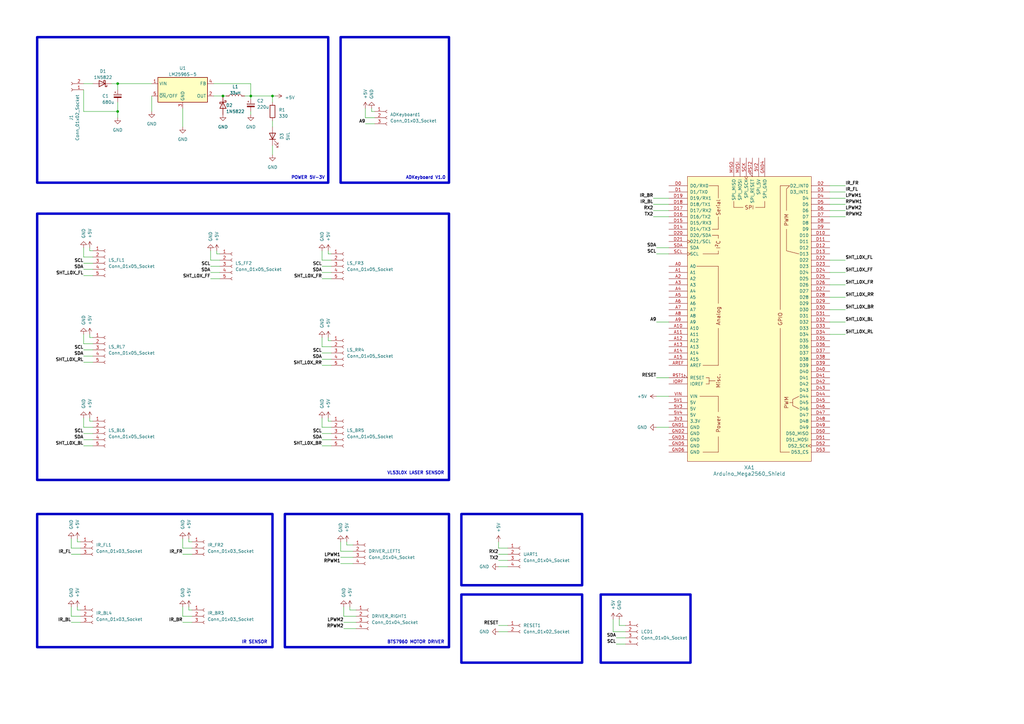
<source format=kicad_sch>
(kicad_sch (version 20230121) (generator eeschema)
  (paper "A3")
  (lib_symbols
    (symbol "Connector:Conn_01x02_Socket" (pin_names (offset 1.016) hide)
      (property "Reference" "J" (at 0 2.54 0))
      (property "Value" "Conn_01x02_Socket" (at 0 -5.08 0))
      (symbol "Conn_01x02_Socket_1_1"
        (arc (start 0 -2.032) (mid -0.5058 -2.54) (end 0 -3.048) (stroke (width 0.1524)))
        (polyline (pts (xy -1.27 -2.54) (xy -0.508 -2.54)) (stroke (width 0.1524)))
        (polyline (pts (xy -1.27 0) (xy -0.508 0)) (stroke (width 0.1524)))
        (arc (start 0 0.508) (mid -0.5058 0) (end 0 -0.508) (stroke (width 0.1524)))
        (pin passive line (at -5.08 0 0) (length 3.81) (name "Pin_1") (number "1"))
        (pin passive line (at -5.08 -2.54 0) (length 3.81) (name "Pin_2") (number "2"))
      )
    )
    (symbol "Connector:Conn_01x03_Socket" (pin_names (offset 1.016) hide)
      (property "Reference" "J" (at 0 5.08 0))
      (property "Value" "Conn_01x03_Socket" (at 0 -5.08 0))
      (symbol "Conn_01x03_Socket_1_1"
        (arc (start 0 -2.032) (mid -0.5058 -2.54) (end 0 -3.048) (stroke (width 0.1524)))
        (polyline (pts (xy -1.27 -2.54) (xy -0.508 -2.54)) (stroke (width 0.1524)))
        (polyline (pts (xy -1.27 0) (xy -0.508 0)) (stroke (width 0.1524)))
        (polyline (pts (xy -1.27 2.54) (xy -0.508 2.54)) (stroke (width 0.1524)))
        (arc (start 0 0.508) (mid -0.5058 0) (end 0 -0.508) (stroke (width 0.1524)))
        (arc (start 0 3.048) (mid -0.5058 2.54) (end 0 2.032) (stroke (width 0.1524)))
        (pin passive line (at -5.08 2.54 0) (length 3.81) (name "Pin_1") (number "1"))
        (pin passive line (at -5.08 0 0) (length 3.81) (name "Pin_2") (number "2"))
        (pin passive line (at -5.08 -2.54 0) (length 3.81) (name "Pin_3") (number "3"))
      )
    )
    (symbol "Connector:Conn_01x04_Socket" (pin_names (offset 1.016) hide)
      (property "Reference" "J" (at 0 5.08 0))
      (property "Value" "Conn_01x04_Socket" (at 0 -7.62 0))
      (symbol "Conn_01x04_Socket_1_1"
        (arc (start 0 -4.572) (mid -0.5058 -5.08) (end 0 -5.588) (stroke (width 0.1524)))
        (arc (start 0 -2.032) (mid -0.5058 -2.54) (end 0 -3.048) (stroke (width 0.1524)))
        (polyline (pts (xy -1.27 -5.08) (xy -0.508 -5.08)) (stroke (width 0.1524)))
        (polyline (pts (xy -1.27 -2.54) (xy -0.508 -2.54)) (stroke (width 0.1524)))
        (polyline (pts (xy -1.27 0) (xy -0.508 0)) (stroke (width 0.1524)))
        (polyline (pts (xy -1.27 2.54) (xy -0.508 2.54)) (stroke (width 0.1524)))
        (arc (start 0 0.508) (mid -0.5058 0) (end 0 -0.508) (stroke (width 0.1524)))
        (arc (start 0 3.048) (mid -0.5058 2.54) (end 0 2.032) (stroke (width 0.1524)))
        (pin passive line (at -5.08 2.54 0) (length 3.81) (name "Pin_1") (number "1"))
        (pin passive line (at -5.08 0 0) (length 3.81) (name "Pin_2") (number "2"))
        (pin passive line (at -5.08 -2.54 0) (length 3.81) (name "Pin_3") (number "3"))
        (pin passive line (at -5.08 -5.08 0) (length 3.81) (name "Pin_4") (number "4"))
      )
    )
    (symbol "Connector:Conn_01x05_Socket" (pin_names (offset 1.016) hide)
      (property "Reference" "J" (at 0 7.62 0))
      (property "Value" "Conn_01x05_Socket" (at 0 -7.62 0))
      (symbol "Conn_01x05_Socket_1_1"
        (arc (start 0 -4.572) (mid -0.5058 -5.08) (end 0 -5.588) (stroke (width 0.1524)))
        (arc (start 0 -2.032) (mid -0.5058 -2.54) (end 0 -3.048) (stroke (width 0.1524)))
        (polyline (pts (xy -1.27 -5.08) (xy -0.508 -5.08)) (stroke (width 0.1524)))
        (polyline (pts (xy -1.27 -2.54) (xy -0.508 -2.54)) (stroke (width 0.1524)))
        (polyline (pts (xy -1.27 0) (xy -0.508 0)) (stroke (width 0.1524)))
        (polyline (pts (xy -1.27 2.54) (xy -0.508 2.54)) (stroke (width 0.1524)))
        (polyline (pts (xy -1.27 5.08) (xy -0.508 5.08)) (stroke (width 0.1524)))
        (arc (start 0 0.508) (mid -0.5058 0) (end 0 -0.508) (stroke (width 0.1524)))
        (arc (start 0 3.048) (mid -0.5058 2.54) (end 0 2.032) (stroke (width 0.1524)))
        (arc (start 0 5.588) (mid -0.5058 5.08) (end 0 4.572) (stroke (width 0.1524)))
        (pin passive line (at -5.08 5.08 0) (length 3.81) (name "Pin_1") (number "1"))
        (pin passive line (at -5.08 2.54 0) (length 3.81) (name "Pin_2") (number "2"))
        (pin passive line (at -5.08 0 0) (length 3.81) (name "Pin_3") (number "3"))
        (pin passive line (at -5.08 -2.54 0) (length 3.81) (name "Pin_4") (number "4"))
        (pin passive line (at -5.08 -5.08 0) (length 3.81) (name "Pin_5") (number "5"))
      )
    )
    (symbol "Device:C_Polarized_Small" (pin_numbers hide) (pin_names (offset 0.254) hide)
      (property "Reference" "C" (at 0.254 1.778 0))
      (property "Value" "C_Polarized_Small" (at 0.254 -2.032 0))
      (symbol "C_Polarized_Small_0_1"
        (rectangle (start -1.524 -0.3048) (end 1.524 -0.6858) (fill (type outline)))
        (rectangle (start -1.524 0.6858) (end 1.524 0.3048))
        (polyline (pts (xy -1.27 1.524) (xy -0.762 1.524)))
        (polyline (pts (xy -1.016 1.27) (xy -1.016 1.778)))
      )
      (symbol "C_Polarized_Small_1_1"
        (pin passive line (at 0 2.54 270) (length 1.8542) (name "~") (number "1"))
        (pin passive line (at 0 -2.54 90) (length 1.8542) (name "~") (number "2"))
      )
    )
    (symbol "Device:L" (pin_numbers hide) (pin_names (offset 1.016) hide)
      (property "Reference" "L" (at -1.27 0 90))
      (property "Value" "L" (at 1.905 0 90))
      (symbol "L_0_1"
        (arc (start 0 -2.54) (mid 0.6323 -1.905) (end 0 -1.27))
        (arc (start 0 -1.27) (mid 0.6323 -0.635) (end 0 0))
        (arc (start 0 0) (mid 0.6323 0.635) (end 0 1.27))
        (arc (start 0 1.27) (mid 0.6323 1.905) (end 0 2.54))
      )
      (symbol "L_1_1"
        (pin passive line (at 0 3.81 270) (length 1.27) (name "1") (number "1"))
        (pin passive line (at 0 -3.81 90) (length 1.27) (name "2") (number "2"))
      )
    )
    (symbol "Device:LED" (pin_numbers hide) (pin_names (offset 1.016) hide)
      (property "Reference" "D" (at 0 2.54 0))
      (property "Value" "LED" (at 0 -2.54 0))
      (symbol "LED_0_1"
        (polyline (pts (xy -1.27 -1.27) (xy -1.27 1.27)) (stroke (width 0.254)))
        (polyline (pts (xy -1.27 0) (xy 1.27 0)))
        (polyline (pts (xy 1.27 -1.27) (xy 1.27 1.27) (xy -1.27 0) (xy 1.27 -1.27)) (stroke (width 0.254)))
        (polyline (pts (xy -3.048 -0.762) (xy -4.572 -2.286) (xy -3.81 -2.286) (xy -4.572 -2.286) (xy -4.572 -1.524)))
        (polyline (pts (xy -1.778 -0.762) (xy -3.302 -2.286) (xy -2.54 -2.286) (xy -3.302 -2.286) (xy -3.302 -1.524)))
      )
      (symbol "LED_1_1"
        (pin passive line (at -3.81 0 0) (length 2.54) (name "K") (number "1"))
        (pin passive line (at 3.81 0 180) (length 2.54) (name "A") (number "2"))
      )
    )
    (symbol "Device:R" (pin_numbers hide) (pin_names (offset 0))
      (property "Reference" "R" (at 2.032 0 90))
      (property "Value" "R" (at 0 0 90))
      (symbol "R_0_1"
        (rectangle (start -1.016 -2.54) (end 1.016 2.54) (stroke (width 0.254)))
      )
      (symbol "R_1_1"
        (pin passive line (at 0 3.81 270) (length 1.27) (name "~") (number "1"))
        (pin passive line (at 0 -3.81 90) (length 1.27) (name "~") (number "2"))
      )
    )
    (symbol "Diode:1N5822" (pin_numbers hide) (pin_names (offset 1.016) hide)
      (property "Reference" "D" (at 0 2.54 0))
      (property "Value" "1N5822" (at 0 -2.54 0))
      (symbol "1N5822_0_1"
        (polyline (pts (xy 1.27 0) (xy -1.27 0)))
        (polyline (pts (xy 1.27 1.27) (xy 1.27 -1.27) (xy -1.27 0) (xy 1.27 1.27)) (stroke (width 0.254)))
        (polyline (pts (xy -1.905 0.635) (xy -1.905 1.27) (xy -1.27 1.27) (xy -1.27 -1.27) (xy -0.635 -1.27) (xy -0.635 -0.635)) (stroke (width 0.254)))
      )
      (symbol "1N5822_1_1"
        (pin passive line (at -3.81 0 0) (length 2.54) (name "K") (number "1"))
        (pin passive line (at 3.81 0 180) (length 2.54) (name "A") (number "2"))
      )
    )
    (symbol "Regulator_Switching:LM2596S-5"
      (property "Reference" "U" (at -10.16 6.35 0))
      (property "Value" "LM2596S-5" (at 0 6.35 0))
      (symbol "LM2596S-5_0_1"
        (rectangle (start -10.16 5.08) (end 10.16 -5.08) (stroke (width 0.254)) (fill (type background)))
      )
      (symbol "LM2596S-5_1_1"
        (pin power_in line (at -12.7 2.54 0) (length 2.54) (name "VIN") (number "1"))
        (pin output line (at 12.7 -2.54 180) (length 2.54) (name "OUT") (number "2"))
        (pin power_in line (at 0 -7.62 90) (length 2.54) (name "GND") (number "3"))
        (pin input line (at 12.7 2.54 180) (length 2.54) (name "FB") (number "4"))
        (pin input line (at -12.7 -2.54 0) (length 2.54) (name "~{ON}/OFF") (number "5"))
      )
    )
    (symbol "arduino-library:Arduino_Mega2560_Shield" (pin_names (offset 1.016))
      (property "Reference" "XA" (at 0 -62.23 0))
      (property "Value" "Arduino_Mega2560_Shield" (at 0 -66.04 0))
      (symbol "Arduino_Mega2560_Shield_0_0"
        (rectangle (start -25.4 -58.42) (end 25.4 58.42) (fill (type background)))
        (rectangle (start -20.32 -31.75) (end -12.7 -31.75))
        (rectangle (start -19.05 -54.61) (end -12.7 -54.61))
        (rectangle (start -19.05 -19.05) (end -12.7 -19.05))
        (rectangle (start -19.05 26.67) (end -12.7 26.67))
        (rectangle (start -17.78 -26.67) (end -16.51 -26.67))
        (rectangle (start -17.78 -24.13) (end -16.51 -24.13))
        (rectangle (start -16.51 -25.4) (end -13.97 -25.4))
        (rectangle (start -16.51 -24.13) (end -16.51 -26.67))
        (rectangle (start -16.51 54.61) (end -12.7 54.61))
        (rectangle (start -15.24 34.29) (end -12.7 34.29))
        (rectangle (start -15.24 36.83) (end -12.7 36.83))
        (rectangle (start -12.7 -54.61) (end -12.7 -48.26))
        (rectangle (start -12.7 -31.75) (end -12.7 -38.1))
        (rectangle (start -12.7 26.67) (end -12.7 27.94))
        (rectangle (start -12.7 34.29) (end -12.7 33.02))
        (rectangle (start -12.7 41.91) (end -12.7 36.83))
        (rectangle (start -12.7 49.53) (end -12.7 54.61))
        (rectangle (start -6.35 48.26) (end -6.35 45.72))
        (rectangle (start -2.54 45.72) (end -6.35 45.72))
        (polyline (pts (xy -21.59 21.59) (xy -12.7 21.59)))
        (polyline (pts (xy -12.7 -19.05) (xy -12.7 -3.81)))
        (polyline (pts (xy -12.7 6.35) (xy -12.7 21.59)))
        (polyline (pts (xy 12.7 -54.61) (xy 16.51 -54.61)))
        (polyline (pts (xy 12.7 54.61) (xy 16.51 54.61)))
        (polyline (pts (xy 17.78 -34.29) (xy 16.51 -34.29)))
        (polyline (pts (xy 15.24 36.83) (xy 15.24 27.94) (xy 20.32 26.67)))
        (polyline (pts (xy 15.24 44.45) (xy 15.24 53.34) (xy 16.51 54.61)))
        (polyline (pts (xy 20.32 -31.75) (xy 17.78 -33.02) (xy 17.78 -35.56) (xy 20.32 -36.83)))
        (rectangle (start 6.35 45.72) (end 2.54 45.72))
        (rectangle (start 6.35 48.26) (end 6.35 45.72))
        (text "Analog" (at -12.7 1.27 900) (effects (font (size 1.524 1.524))))
        (text "I²C" (at -12.7 30.48 900) (effects (font (size 1.524 1.524))))
        (text "Misc." (at -12.7 -25.4 900) (effects (font (size 1.524 1.524))))
        (text "Power" (at -12.7 -43.18 900) (effects (font (size 1.524 1.524))))
        (text "PWM" (at 15.24 -34.29 900) (effects (font (size 1.524 1.524))))
        (text "PWM" (at 15.24 40.64 900) (effects (font (size 1.524 1.524))))
        (text "Serial" (at -12.7 45.72 900) (effects (font (size 1.524 1.524))))
        (text "SPI" (at 0 45.72 0) (effects (font (size 1.524 1.524))))
      )
      (symbol "Arduino_Mega2560_Shield_1_0"
        (rectangle (start 12.7 -54.61) (end 12.7 -3.81))
        (rectangle (start 12.7 54.61) (end 12.7 3.81))
        (text "GPIO" (at 12.7 0 900) (effects (font (size 1.524 1.524))))
      )
      (symbol "Arduino_Mega2560_Shield_1_1"
        (pin power_out line (at -33.02 -41.91 0) (length 7.62) (name "3.3V") (number "3V3"))
        (pin power_in line (at -33.02 -34.29 0) (length 7.62) (name "5V") (number "5V1"))
        (pin power_in line (at 3.81 66.04 270) (length 7.62) (name "SPI_5V") (number "5V2"))
        (pin power_in line (at -33.02 -36.83 0) (length 7.62) (name "5V") (number "5V3"))
        (pin power_in line (at -33.02 -39.37 0) (length 7.62) (name "5V") (number "5V4"))
        (pin bidirectional line (at -33.02 21.59 0) (length 7.62) (name "A0") (number "A0"))
        (pin bidirectional line (at -33.02 19.05 0) (length 7.62) (name "A1") (number "A1"))
        (pin bidirectional line (at -33.02 -3.81 0) (length 7.62) (name "A10") (number "A10"))
        (pin bidirectional line (at -33.02 -6.35 0) (length 7.62) (name "A11") (number "A11"))
        (pin bidirectional line (at -33.02 -8.89 0) (length 7.62) (name "A12") (number "A12"))
        (pin bidirectional line (at -33.02 -11.43 0) (length 7.62) (name "A13") (number "A13"))
        (pin bidirectional line (at -33.02 -13.97 0) (length 7.62) (name "A14") (number "A14"))
        (pin bidirectional line (at -33.02 -16.51 0) (length 7.62) (name "A15") (number "A15"))
        (pin bidirectional line (at -33.02 16.51 0) (length 7.62) (name "A2") (number "A2"))
        (pin bidirectional line (at -33.02 13.97 0) (length 7.62) (name "A3") (number "A3"))
        (pin bidirectional line (at -33.02 11.43 0) (length 7.62) (name "A4") (number "A4"))
        (pin bidirectional line (at -33.02 8.89 0) (length 7.62) (name "A5") (number "A5"))
        (pin bidirectional line (at -33.02 6.35 0) (length 7.62) (name "A6") (number "A6"))
        (pin bidirectional line (at -33.02 3.81 0) (length 7.62) (name "A7") (number "A7"))
        (pin bidirectional line (at -33.02 1.27 0) (length 7.62) (name "A8") (number "A8"))
        (pin bidirectional line (at -33.02 -1.27 0) (length 7.62) (name "A9") (number "A9"))
        (pin input line (at -33.02 -19.05 0) (length 7.62) (name "AREF") (number "AREF"))
        (pin bidirectional line (at -33.02 54.61 0) (length 7.62) (name "D0/RX0") (number "D0"))
        (pin bidirectional line (at -33.02 52.07 0) (length 7.62) (name "D1/TX0") (number "D1"))
        (pin bidirectional line (at 33.02 34.29 180) (length 7.62) (name "D10") (number "D10"))
        (pin bidirectional line (at 33.02 31.75 180) (length 7.62) (name "D11") (number "D11"))
        (pin bidirectional line (at 33.02 29.21 180) (length 7.62) (name "D12") (number "D12"))
        (pin bidirectional line (at 33.02 26.67 180) (length 7.62) (name "D13") (number "D13"))
        (pin bidirectional line (at -33.02 36.83 0) (length 7.62) (name "D14/TX3") (number "D14"))
        (pin bidirectional line (at -33.02 39.37 0) (length 7.62) (name "D15/RX3") (number "D15"))
        (pin bidirectional line (at -33.02 41.91 0) (length 7.62) (name "D16/TX2") (number "D16"))
        (pin bidirectional line (at -33.02 44.45 0) (length 7.62) (name "D17/RX2") (number "D17"))
        (pin bidirectional line (at -33.02 46.99 0) (length 7.62) (name "D18/TX1") (number "D18"))
        (pin bidirectional line (at -33.02 49.53 0) (length 7.62) (name "D19/RX1") (number "D19"))
        (pin bidirectional line (at 33.02 54.61 180) (length 7.62) (name "D2_INT0") (number "D2"))
        (pin bidirectional line (at -33.02 34.29 0) (length 7.62) (name "D20/SDA") (number "D20"))
        (pin bidirectional clock (at -33.02 31.75 0) (length 7.62) (name "D21/SCL") (number "D21"))
        (pin bidirectional line (at 33.02 24.13 180) (length 7.62) (name "D22") (number "D22"))
        (pin bidirectional line (at 33.02 21.59 180) (length 7.62) (name "D23") (number "D23"))
        (pin bidirectional line (at 33.02 19.05 180) (length 7.62) (name "D24") (number "D24"))
        (pin bidirectional line (at 33.02 16.51 180) (length 7.62) (name "D25") (number "D25"))
        (pin bidirectional line (at 33.02 13.97 180) (length 7.62) (name "D26") (number "D26"))
        (pin bidirectional line (at 33.02 11.43 180) (length 7.62) (name "D27") (number "D27"))
        (pin bidirectional line (at 33.02 8.89 180) (length 7.62) (name "D28") (number "D28"))
        (pin bidirectional line (at 33.02 6.35 180) (length 7.62) (name "D29") (number "D29"))
        (pin bidirectional line (at 33.02 52.07 180) (length 7.62) (name "D3_INT1") (number "D3"))
        (pin bidirectional line (at 33.02 3.81 180) (length 7.62) (name "D30") (number "D30"))
        (pin bidirectional line (at 33.02 1.27 180) (length 7.62) (name "D31") (number "D31"))
        (pin bidirectional line (at 33.02 -1.27 180) (length 7.62) (name "D32") (number "D32"))
        (pin bidirectional line (at 33.02 -3.81 180) (length 7.62) (name "D33") (number "D33"))
        (pin bidirectional line (at 33.02 -6.35 180) (length 7.62) (name "D34") (number "D34"))
        (pin bidirectional line (at 33.02 -8.89 180) (length 7.62) (name "D35") (number "D35"))
        (pin bidirectional line (at 33.02 -11.43 180) (length 7.62) (name "D36") (number "D36"))
        (pin bidirectional line (at 33.02 -13.97 180) (length 7.62) (name "D37") (number "D37"))
        (pin bidirectional line (at 33.02 -16.51 180) (length 7.62) (name "D38") (number "D38"))
        (pin bidirectional line (at 33.02 -19.05 180) (length 7.62) (name "D39") (number "D39"))
        (pin bidirectional line (at 33.02 49.53 180) (length 7.62) (name "D4") (number "D4"))
        (pin bidirectional line (at 33.02 -21.59 180) (length 7.62) (name "D40") (number "D40"))
        (pin bidirectional line (at 33.02 -24.13 180) (length 7.62) (name "D41") (number "D41"))
        (pin bidirectional line (at 33.02 -26.67 180) (length 7.62) (name "D42") (number "D42"))
        (pin bidirectional line (at 33.02 -29.21 180) (length 7.62) (name "D43") (number "D43"))
        (pin bidirectional line (at 33.02 -31.75 180) (length 7.62) (name "D44") (number "D44"))
        (pin bidirectional line (at 33.02 -34.29 180) (length 7.62) (name "D45") (number "D45"))
        (pin bidirectional line (at 33.02 -36.83 180) (length 7.62) (name "D46") (number "D46"))
        (pin bidirectional line (at 33.02 -39.37 180) (length 7.62) (name "D47") (number "D47"))
        (pin bidirectional line (at 33.02 -41.91 180) (length 7.62) (name "D48") (number "D48"))
        (pin bidirectional line (at 33.02 -44.45 180) (length 7.62) (name "D49") (number "D49"))
        (pin bidirectional line (at 33.02 46.99 180) (length 7.62) (name "D5") (number "D5"))
        (pin bidirectional line (at 33.02 -46.99 180) (length 7.62) (name "D50_MISO") (number "D50"))
        (pin bidirectional line (at 33.02 -49.53 180) (length 7.62) (name "D51_MOSI") (number "D51"))
        (pin bidirectional clock (at 33.02 -52.07 180) (length 7.62) (name "D52_SCK") (number "D52"))
        (pin bidirectional line (at 33.02 -54.61 180) (length 7.62) (name "D53_CS") (number "D53"))
        (pin bidirectional line (at 33.02 44.45 180) (length 7.62) (name "D6") (number "D6"))
        (pin bidirectional line (at 33.02 41.91 180) (length 7.62) (name "D7") (number "D7"))
        (pin bidirectional line (at 33.02 39.37 180) (length 7.62) (name "D8") (number "D8"))
        (pin bidirectional line (at 33.02 36.83 180) (length 7.62) (name "D9") (number "D9"))
        (pin power_in line (at -33.02 -44.45 0) (length 7.62) (name "GND") (number "GND1"))
        (pin power_in line (at -33.02 -46.99 0) (length 7.62) (name "GND") (number "GND2"))
        (pin power_in line (at -33.02 -49.53 0) (length 7.62) (name "GND") (number "GND3"))
        (pin power_in line (at 6.35 66.04 270) (length 7.62) (name "SPI_GND") (number "GND4"))
        (pin power_in line (at -33.02 -52.07 0) (length 7.62) (name "GND") (number "GND5"))
        (pin power_in line (at -33.02 -54.61 0) (length 7.62) (name "GND") (number "GND6"))
        (pin output line (at -33.02 -26.67 0) (length 7.62) (name "IOREF") (number "IORF"))
        (pin input line (at -6.35 66.04 270) (length 7.62) (name "SPI_MISO") (number "MISO"))
        (pin output line (at -3.81 66.04 270) (length 7.62) (name "SPI_MOSI") (number "MOSI"))
        (pin open_collector input_low (at -33.02 -24.13 0) (length 7.62) (name "RESET") (number "RST1"))
        (pin open_collector input_low (at 1.27 66.04 270) (length 7.62) (name "SPI_RESET") (number "RST2"))
        (pin output clock (at -1.27 66.04 270) (length 7.62) (name "SPI_SCK") (number "SCK"))
        (pin bidirectional clock (at -33.02 26.67 0) (length 7.62) (name "SCL") (number "SCL"))
        (pin bidirectional line (at -33.02 29.21 0) (length 7.62) (name "SDA") (number "SDA"))
        (pin power_in line (at -33.02 -31.75 0) (length 7.62) (name "VIN") (number "VIN"))
      )
    )
    (symbol "power:+5V" (power) (pin_names (offset 0))
      (property "Value" "+5V" (at 0 3.556 0))
      (symbol "+5V_0_1"
        (polyline (pts (xy -0.762 1.27) (xy 0 2.54)))
        (polyline (pts (xy 0 0) (xy 0 2.54)))
        (polyline (pts (xy 0 2.54) (xy 0.762 1.27)))
      )
      (symbol "+5V_1_1"
        (pin power_in line (at 0 0 90) (length 0) hide (name "+5V") (number "1"))
      )
    )
    (symbol "power:GND" (power) (pin_names (offset 0))
      (property "Value" "GND" (at 0 -3.81 0))
      (symbol "GND_0_1"
        (polyline (pts (xy 0 0) (xy 0 -1.27) (xy 1.27 -1.27) (xy 0 -2.54) (xy -1.27 -1.27) (xy 0 -1.27)))
      )
      (symbol "GND_1_1"
        (pin power_in line (at 0 0 270) (length 0) hide (name "GND") (number "1"))
      )
    )
  )
  (junction (at 111.76 39.37))
  (junction (at 102.87 39.37))
  (junction (at 48.26 34.29))
  (junction (at 48.26 45.72))
  (junction (at 91.44 39.37))
  (wire (pts (xy 111.76 59.69) (xy 111.76 63.5)))
  (wire (pts (xy 78.74 250.19) (xy 77.47 250.19)))
  (wire (pts (xy 340.36 106.68) (xy 346.71 106.68)))
  (wire (pts (xy 340.36 78.74) (xy 346.71 78.74)))
  (wire (pts (xy 269.24 132.08) (xy 274.32 132.08)))
  (wire (pts (xy 149.86 50.8) (xy 153.67 50.8)))
  (wire (pts (xy 132.08 111.76) (xy 135.89 111.76)))
  (wire (pts (xy 340.36 83.82) (xy 346.71 83.82)))
  (wire (pts (xy 134.62 104.14) (xy 134.62 102.87)))
  (wire (pts (xy 34.29 113.03) (xy 38.1 113.03)))
  (wire (pts (xy 204.47 232.41) (xy 208.28 232.41)))
  (wire (pts (xy 74.93 224.79) (xy 74.93 220.98)))
  (wire (pts (xy 36.83 102.87) (xy 36.83 101.6)))
  (wire (pts (xy 144.78 223.52) (xy 142.24 223.52)))
  (wire (pts (xy 204.47 256.54) (xy 208.28 256.54)))
  (wire (pts (xy 139.7 231.14) (xy 144.78 231.14)))
  (wire (pts (xy 102.87 45.72) (xy 102.87 46.99)))
  (wire (pts (xy 132.08 175.26) (xy 132.08 171.45)))
  (wire (pts (xy 29.21 252.73) (xy 29.21 248.92)))
  (wire (pts (xy 204.47 229.87) (xy 208.28 229.87)))
  (wire (pts (xy 34.29 177.8) (xy 38.1 177.8)))
  (wire (pts (xy 38.1 102.87) (xy 36.83 102.87)))
  (wire (pts (xy 77.47 250.19) (xy 77.47 248.92)))
  (wire (pts (xy 74.93 44.45) (xy 74.93 52.07)))
  (wire (pts (xy 340.36 132.08) (xy 346.71 132.08)))
  (wire (pts (xy 152.4 45.72) (xy 152.4 44.45)))
  (wire (pts (xy 34.29 110.49) (xy 38.1 110.49)))
  (wire (pts (xy 111.76 52.07) (xy 111.76 49.53)))
  (wire (pts (xy 267.97 86.36) (xy 274.32 86.36)))
  (wire (pts (xy 48.26 36.83) (xy 48.26 34.29)))
  (wire (pts (xy 38.1 175.26) (xy 34.29 175.26)))
  (wire (pts (xy 269.24 154.94) (xy 274.32 154.94)))
  (wire (pts (xy 267.97 88.9) (xy 274.32 88.9)))
  (wire (pts (xy 140.97 255.27) (xy 146.05 255.27)))
  (wire (pts (xy 91.44 39.37) (xy 92.71 39.37)))
  (wire (pts (xy 34.29 140.97) (xy 34.29 137.16)))
  (wire (pts (xy 269.24 162.56) (xy 274.32 162.56)))
  (wire (pts (xy 144.78 226.06) (xy 139.7 226.06)))
  (wire (pts (xy 142.24 223.52) (xy 142.24 222.25)))
  (wire (pts (xy 140.97 252.73) (xy 140.97 248.92)))
  (wire (pts (xy 33.02 224.79) (xy 29.21 224.79)))
  (wire (pts (xy 146.05 252.73) (xy 140.97 252.73)))
  (wire (pts (xy 204.47 224.79) (xy 208.28 224.79)))
  (wire (pts (xy 31.75 222.25) (xy 31.75 220.98)))
  (wire (pts (xy 132.08 109.22) (xy 135.89 109.22)))
  (wire (pts (xy 135.89 106.68) (xy 132.08 106.68)))
  (wire (pts (xy 267.97 83.82) (xy 274.32 83.82)))
  (wire (pts (xy 87.63 39.37) (xy 91.44 39.37)))
  (wire (pts (xy 34.29 146.05) (xy 38.1 146.05)))
  (wire (pts (xy 153.67 48.26) (xy 149.86 48.26)))
  (wire (pts (xy 340.36 81.28) (xy 346.71 81.28)))
  (wire (pts (xy 29.21 224.79) (xy 29.21 220.98)))
  (wire (pts (xy 34.29 148.59) (xy 38.1 148.59)))
  (wire (pts (xy 34.29 180.34) (xy 38.1 180.34)))
  (wire (pts (xy 340.36 121.92) (xy 346.71 121.92)))
  (wire (pts (xy 38.1 140.97) (xy 34.29 140.97)))
  (wire (pts (xy 29.21 255.27) (xy 33.02 255.27)))
  (wire (pts (xy 204.47 222.25) (xy 204.47 224.79)))
  (wire (pts (xy 62.23 39.37) (xy 62.23 45.72)))
  (wire (pts (xy 33.02 252.73) (xy 29.21 252.73)))
  (wire (pts (xy 251.46 259.08) (xy 251.46 254)))
  (wire (pts (xy 86.36 109.22) (xy 90.17 109.22)))
  (wire (pts (xy 34.29 45.72) (xy 48.26 45.72)))
  (wire (pts (xy 132.08 147.32) (xy 135.89 147.32)))
  (wire (pts (xy 252.73 261.62) (xy 256.54 261.62)))
  (wire (pts (xy 269.24 101.6) (xy 274.32 101.6)))
  (wire (pts (xy 74.93 227.33) (xy 78.74 227.33)))
  (wire (pts (xy 113.03 39.37) (xy 111.76 39.37)))
  (wire (pts (xy 132.08 149.86) (xy 135.89 149.86)))
  (wire (pts (xy 33.02 250.19) (xy 31.75 250.19)))
  (wire (pts (xy 48.26 45.72) (xy 48.26 48.26)))
  (wire (pts (xy 132.08 106.68) (xy 132.08 102.87)))
  (wire (pts (xy 90.17 106.68) (xy 86.36 106.68)))
  (wire (pts (xy 100.33 39.37) (xy 102.87 39.37)))
  (wire (pts (xy 146.05 250.19) (xy 143.51 250.19)))
  (wire (pts (xy 135.89 142.24) (xy 132.08 142.24)))
  (wire (pts (xy 102.87 34.29) (xy 102.87 39.37)))
  (wire (pts (xy 254 256.54) (xy 254 254)))
  (wire (pts (xy 86.36 114.3) (xy 90.17 114.3)))
  (wire (pts (xy 269.24 104.14) (xy 274.32 104.14)))
  (wire (pts (xy 88.9 104.14) (xy 88.9 102.87)))
  (wire (pts (xy 34.29 175.26) (xy 34.29 171.45)))
  (wire (pts (xy 33.02 222.25) (xy 31.75 222.25)))
  (wire (pts (xy 74.93 252.73) (xy 74.93 248.92)))
  (wire (pts (xy 34.29 105.41) (xy 34.29 101.6)))
  (wire (pts (xy 38.1 138.43) (xy 36.83 138.43)))
  (wire (pts (xy 36.83 138.43) (xy 36.83 137.16)))
  (wire (pts (xy 153.67 45.72) (xy 152.4 45.72)))
  (wire (pts (xy 87.63 34.29) (xy 102.87 34.29)))
  (wire (pts (xy 48.26 41.91) (xy 48.26 45.72)))
  (wire (pts (xy 111.76 39.37) (xy 111.76 41.91)))
  (wire (pts (xy 251.46 259.08) (xy 256.54 259.08)))
  (wire (pts (xy 340.36 88.9) (xy 346.71 88.9)))
  (wire (pts (xy 34.29 36.83) (xy 34.29 45.72)))
  (wire (pts (xy 139.7 228.6) (xy 144.78 228.6)))
  (wire (pts (xy 45.72 34.29) (xy 48.26 34.29)))
  (wire (pts (xy 135.89 175.26) (xy 132.08 175.26)))
  (wire (pts (xy 132.08 180.34) (xy 135.89 180.34)))
  (wire (pts (xy 34.29 143.51) (xy 38.1 143.51)))
  (wire (pts (xy 340.36 127) (xy 346.71 127)))
  (wire (pts (xy 252.73 264.16) (xy 256.54 264.16)))
  (wire (pts (xy 86.36 106.68) (xy 86.36 102.87)))
  (wire (pts (xy 78.74 224.79) (xy 74.93 224.79)))
  (wire (pts (xy 134.62 139.7) (xy 134.62 138.43)))
  (wire (pts (xy 269.24 175.26) (xy 274.32 175.26)))
  (wire (pts (xy 204.47 227.33) (xy 208.28 227.33)))
  (wire (pts (xy 267.97 81.28) (xy 274.32 81.28)))
  (wire (pts (xy 78.74 252.73) (xy 74.93 252.73)))
  (wire (pts (xy 34.29 182.88) (xy 38.1 182.88)))
  (wire (pts (xy 132.08 142.24) (xy 132.08 138.43)))
  (wire (pts (xy 38.1 105.41) (xy 34.29 105.41)))
  (wire (pts (xy 36.83 172.72) (xy 36.83 171.45)))
  (wire (pts (xy 132.08 114.3) (xy 135.89 114.3)))
  (wire (pts (xy 74.93 255.27) (xy 78.74 255.27)))
  (wire (pts (xy 132.08 182.88) (xy 135.89 182.88)))
  (wire (pts (xy 29.21 227.33) (xy 33.02 227.33)))
  (wire (pts (xy 38.1 172.72) (xy 36.83 172.72)))
  (wire (pts (xy 134.62 172.72) (xy 134.62 171.45)))
  (wire (pts (xy 340.36 111.76) (xy 346.71 111.76)))
  (wire (pts (xy 135.89 139.7) (xy 134.62 139.7)))
  (wire (pts (xy 340.36 76.2) (xy 346.71 76.2)))
  (wire (pts (xy 34.29 34.29) (xy 38.1 34.29)))
  (wire (pts (xy 340.36 86.36) (xy 346.71 86.36)))
  (wire (pts (xy 102.87 39.37) (xy 111.76 39.37)))
  (wire (pts (xy 34.29 107.95) (xy 38.1 107.95)))
  (wire (pts (xy 256.54 256.54) (xy 254 256.54)))
  (wire (pts (xy 340.36 137.16) (xy 346.71 137.16)))
  (wire (pts (xy 132.08 144.78) (xy 135.89 144.78)))
  (wire (pts (xy 78.74 222.25) (xy 77.47 222.25)))
  (wire (pts (xy 31.75 250.19) (xy 31.75 248.92)))
  (wire (pts (xy 48.26 34.29) (xy 62.23 34.29)))
  (wire (pts (xy 86.36 111.76) (xy 90.17 111.76)))
  (wire (pts (xy 90.17 104.14) (xy 88.9 104.14)))
  (wire (pts (xy 143.51 250.19) (xy 143.51 248.92)))
  (wire (pts (xy 135.89 104.14) (xy 134.62 104.14)))
  (wire (pts (xy 102.87 39.37) (xy 102.87 40.64)))
  (wire (pts (xy 135.89 172.72) (xy 134.62 172.72)))
  (wire (pts (xy 140.97 257.81) (xy 146.05 257.81)))
  (wire (pts (xy 77.47 222.25) (xy 77.47 220.98)))
  (wire (pts (xy 340.36 116.84) (xy 346.71 116.84)))
  (wire (pts (xy 149.86 48.26) (xy 149.86 44.45)))
  (wire (pts (xy 139.7 226.06) (xy 139.7 222.25)))
  (wire (pts (xy 204.47 259.08) (xy 208.28 259.08)))
  (wire (pts (xy 132.08 177.8) (xy 135.89 177.8)))
  (rectangle (start 139.7 15.24) (end 184.15 74.93) (stroke (width 1)))
  (rectangle (start 116.84 210.82) (end 184.15 265.43) (stroke (width 1)))
  (rectangle (start 15.24 210.82) (end 111.76 265.43) (stroke (width 1)))
  (rectangle (start 189.23 210.82) (end 238.76 240.03) (stroke (width 1)))
  (rectangle (start 189.23 243.84) (end 238.76 271.78) (stroke (width 1)))
  (rectangle (start 15.24 15.24) (end 134.62 74.93) (stroke (width 1)))
  (rectangle (start 15.24 87.63) (end 184.15 196.85) (stroke (width 1)))
  (rectangle (start 246.38 243.84) (end 283.21 271.78) (stroke (width 1)))
  (text "BTS7960 MOTOR DRIVER\n" (at 158.75 264.16 0) (effects (font (size 1.27 1.27) bold) (justify left bottom)))
  (text "ADKeyboard V1.0\n" (at 166.37 73.66 0) (effects (font (size 1.27 1.27) bold) (justify left bottom)))
  (text "VL53L0X LASER SENSOR \n\n" (at 158.75 196.85 0) (effects (font (size 1.27 1.27) bold) (justify left bottom)))
  (text "IR SENSOR\n" (at 99.06 264.16 0) (effects (font (size 1.27 1.27) bold) (justify left bottom)))
  (text "POWER 5V-3V\n" (at 119.38 73.66 0) (effects (font (size 1.27 1.27) bold) (justify left bottom)))
  (label "SDA" (at 34.29 110.49 180) (effects (font bold)))
  (label "SCL" (at 269.24 104.14 180) (effects (font bold)))
  (label "IR_BL" (at 29.21 255.27 180) (effects (font bold)))
  (label "SHT_L0X_FF" (at 346.71 111.76 0) (effects (font bold)))
  (label "SCL" (at 34.29 143.51 180) (effects (font bold)))
  (label "LPWM1" (at 346.71 81.28 0) (effects (font bold)))
  (label "SCL" (at 132.08 144.78 180) (effects (font bold)))
  (label "SHT_L0X_FR" (at 132.08 114.3 180) (effects (font (thickness 0.254) bold)))
  (label "SHT_L0X_FL" (at 346.71 106.68 0) (effects (font bold)))
  (label "SHT_L0X_BL" (at 34.29 182.88 180) (effects (font (thickness 0.254) bold)))
  (label "SDA" (at 132.08 147.32 180) (effects (font bold)))
  (label "A9" (at 149.86 50.8 180) (effects (font bold)))
  (label "LPWM2" (at 346.71 86.36 0) (effects (font bold)))
  (label "A9" (at 269.24 132.08 180) (effects (font bold)))
  (label "TX2" (at 204.47 229.87 180) (effects (font (thickness 0.254) bold)))
  (label "RPWM2" (at 140.97 257.81 180) (effects (font bold)))
  (label "SDA" (at 132.08 180.34 180) (effects (font bold)))
  (label "SHT_L0X_FF" (at 86.36 114.3 180) (effects (font (thickness 0.254) bold)))
  (label "SHT_L0X_RR" (at 346.71 121.92 0) (effects (font bold)))
  (label "SDA" (at 269.24 101.6 180) (effects (font bold)))
  (label "LPWM1" (at 139.7 228.6 180) (effects (font bold)))
  (label "SCL" (at 132.08 177.8 180) (effects (font bold)))
  (label "IR_FL" (at 346.71 78.74 0) (effects (font bold)))
  (label "RX2" (at 204.47 227.33 180) (effects (font (thickness 0.254) bold)))
  (label "SDA" (at 252.73 261.62 180) (effects (font bold)))
  (label "RPWM2" (at 346.71 88.9 0) (effects (font bold)))
  (label "SCL" (at 34.29 177.8 180) (effects (font bold)))
  (label "SCL" (at 34.29 107.95 180) (effects (font bold)))
  (label "RESET" (at 269.24 154.94 180) (effects (font (thickness 0.254) bold)))
  (label "IR_BL" (at 267.97 83.82 180) (effects (font bold)))
  (label "SDA" (at 34.29 180.34 180) (effects (font bold)))
  (label "RPWM1" (at 139.7 231.14 180) (effects (font bold)))
  (label "SCL" (at 252.73 264.16 180) (effects (font bold)))
  (label "SHT_L0X_FR" (at 346.71 116.84 0) (effects (font bold)))
  (label "RX2" (at 267.97 86.36 180) (effects (font (thickness 0.254) bold)))
  (label "SHT_L0X_BR" (at 346.71 127 0) (effects (font bold)))
  (label "TX2" (at 267.97 88.9 180) (effects (font (thickness 0.254) bold)))
  (label "SHT_L0X_BR" (at 132.08 182.88 180) (effects (font (thickness 0.254) bold)))
  (label "IR_FR" (at 74.93 227.33 180) (effects (font bold)))
  (label "RPWM1" (at 346.71 83.82 0) (effects (font bold)))
  (label "SHT_L0X_BL" (at 346.71 132.08 0) (effects (font bold)))
  (label "LPWM2" (at 140.97 255.27 180) (effects (font bold)))
  (label "IR_BR" (at 74.93 255.27 180) (effects (font bold)))
  (label "IR_BR" (at 267.97 81.28 180) (effects (font bold)))
  (label "SDA" (at 34.29 146.05 180) (effects (font bold)))
  (label "SHT_L0X_FL" (at 34.29 113.03 180) (effects (font (thickness 0.254) bold)))
  (label "SDA" (at 132.08 111.76 180) (effects (font bold)))
  (label "SCL" (at 86.36 109.22 180) (effects (font bold)))
  (label "SHT_L0X_RL" (at 346.71 137.16 0) (effects (font bold)))
  (label "IR_FL" (at 29.21 227.33 180) (effects (font bold)))
  (label "SHT_L0X_RL" (at 34.29 148.59 180) (effects (font (thickness 0.254) bold)))
  (label "RESET" (at 204.47 256.54 180) (effects (font bold)))
  (label "IR_FR" (at 346.71 76.2 0) (effects (font bold)))
  (label "SDA" (at 86.36 111.76 180) (effects (font bold)))
  (label "SHT_L0X_RR" (at 132.08 149.86 180) (effects (font (thickness 0.254) bold)))
  (label "SCL" (at 132.08 109.22 180) (effects (font bold)))
  (symbol (lib_id "power:GND") (at 74.93 220.98 180) (unit 1)
    (property "Reference" "#PWR014" (effects hide))
    (property "Value" "GND" (at 74.93 217.17 90) (effects (justify right)))
  )
  (symbol (lib_id "Device:R") (at 111.76 45.72 0) (unit 1)
    (property "Reference" "R1" (at 114.3 45.085 0) (effects (justify left)))
    (property "Value" "330" (at 114.3 47.625 0) (effects (justify left)))
    (property "Footprint" "Resistor_SMD:R_0805_2012Metric_Pad1.20x1.40mm_HandSolder" (effects hide))
  )
  (symbol (lib_id "power:GND") (at 74.93 52.07 0) (unit 1)
    (property "Reference" "#PWR013" (effects hide))
    (property "Value" "GND" (at 74.93 57.15 0))
  )
  (symbol (lib_id "power:GND") (at 74.93 248.92 180) (unit 1)
    (property "Reference" "#PWR015" (effects hide))
    (property "Value" "GND" (at 74.93 245.11 90) (effects (justify right)))
  )
  (symbol (lib_id "Connector:Conn_01x04_Socket") (at 151.13 252.73 0) (unit 1)
    (property "Reference" "DRIVER_RIGHT1" (at 152.4 252.73 0) (effects (justify left)))
    (property "Value" "Conn_01x04_Socket" (at 152.4 255.27 0) (effects (justify left)))
    (property "Footprint" "Connector_JST:JST_GH_BM04B-GHS-TBT_1x04-1MP_P1.25mm_Vertical" (effects hide))
  )
  (symbol (lib_id "Diode:1N5822") (at 41.91 34.29 180) (unit 1)
    (property "Reference" "D1" (at 42.2275 29.21 0))
    (property "Value" "1N5822" (at 42.2275 31.75 0))
    (property "Footprint" "Diode_SMD:D_SMA_Handsoldering" (effects hide))
    (property "Datasheet" "http://www.vishay.com/docs/88526/1n5820.pdf" (effects hide))
  )
  (symbol (lib_id "power:GND") (at 29.21 248.92 180) (unit 1)
    (property "Reference" "#PWR02" (effects hide))
    (property "Value" "GND" (at 29.21 245.11 90) (effects (justify right)))
  )
  (symbol (lib_id "Connector:Conn_01x05_Socket") (at 140.97 144.78 0) (unit 1)
    (property "Reference" "LS_RR4" (at 142.24 143.51 0) (effects (justify left)))
    (property "Value" "Conn_01x05_Socket" (at 142.24 146.05 0) (effects (justify left)))
    (property "Footprint" "Connector_JST:JST_GH_BM05B-GHS-TBT_1x05-1MP_P1.25mm_Vertical" (effects hide))
  )
  (symbol (lib_id "Regulator_Switching:LM2596S-5") (at 74.93 36.83 0) (unit 1)
    (property "Reference" "U1" (at 74.93 27.94 0))
    (property "Value" "LM2596S-5" (at 74.93 30.48 0))
    (property "Footprint" "Package_TO_SOT_SMD:TO-263-5_TabPin3" (effects hide))
    (property "Datasheet" "http://www.ti.com/lit/ds/symlink/lm2596.pdf" (effects hide))
  )
  (symbol (lib_id "Connector:Conn_01x03_Socket") (at 38.1 252.73 0) (unit 1)
    (property "Reference" "IR_BL4" (at 39.37 251.46 0) (effects (justify left)))
    (property "Value" "Conn_01x03_Socket" (at 39.37 254 0) (effects (justify left)))
    (property "Footprint" "Connector_JST:JST_GH_BM03B-GHS-TBT_1x03-1MP_P1.25mm_Vertical" (effects hide))
  )
  (symbol (lib_id "power:GND") (at 48.26 48.26 0) (unit 1)
    (property "Reference" "#PWR011" (effects hide))
    (property "Value" "GND" (at 48.26 53.34 0))
  )
  (symbol (lib_id "power:GND") (at 62.23 45.72 0) (unit 1)
    (property "Reference" "#PWR012" (effects hide))
    (property "Value" "GND" (at 62.23 50.8 0))
  )
  (symbol (lib_id "power:GND") (at 34.29 101.6 180) (unit 1)
    (property "Reference" "#PWR05" (effects hide))
    (property "Value" "GND" (at 34.29 97.79 90) (effects (justify right)))
  )
  (symbol (lib_id "Connector:Conn_01x03_Socket") (at 38.1 224.79 0) (unit 1)
    (property "Reference" "IR_FL1" (at 39.37 223.52 0) (effects (justify left)))
    (property "Value" "Conn_01x03_Socket" (at 39.37 226.06 0) (effects (justify left)))
    (property "Footprint" "Connector_JST:JST_GH_BM03B-GHS-TBT_1x03-1MP_P1.25mm_Vertical" (effects hide))
  )
  (symbol (lib_id "Diode:1N5822") (at 91.44 43.18 270) (unit 1)
    (property "Reference" "D2" (at 92.71 43.18 90) (effects (justify left)))
    (property "Value" "1N5822" (at 92.71 45.72 90) (effects (justify left)))
    (property "Footprint" "Diode_SMD:D_SMA_Handsoldering" (effects hide))
    (property "Datasheet" "http://www.vishay.com/docs/88526/1n5820.pdf" (effects hide))
  )
  (symbol (lib_id "power:+5V") (at 113.03 39.37 270) (unit 1)
    (property "Reference" "#PWR023" (effects hide))
    (property "Value" "+5V" (at 116.84 40.005 90) (effects (justify left)))
  )
  (symbol (lib_id "power:GND") (at 204.47 232.41 270) (unit 1)
    (property "Reference" "#PWR037" (effects hide))
    (property "Value" "GND" (at 200.66 232.41 90) (effects (justify right)))
  )
  (symbol (lib_id "Connector:Conn_01x04_Socket") (at 149.86 226.06 0) (unit 1)
    (property "Reference" "DRIVER_LEFT1" (at 151.13 226.06 0) (effects (justify left)))
    (property "Value" "Conn_01x04_Socket" (at 151.13 228.6 0) (effects (justify left)))
    (property "Footprint" "Connector_JST:JST_GH_BM04B-GHS-TBT_1x04-1MP_P1.25mm_Vertical" (effects hide))
  )
  (symbol (lib_id "Connector:Conn_01x04_Socket") (at 213.36 227.33 0) (unit 1)
    (property "Reference" "UART1" (at 214.63 227.33 0) (effects (justify left)))
    (property "Value" "Conn_01x04_Socket" (at 214.63 229.87 0) (effects (justify left)))
    (property "Footprint" "Connector_JST:JST_GH_BM04B-GHS-TBT_1x04-1MP_P1.25mm_Vertical" (effects hide))
  )
  (symbol (lib_id "Connector:Conn_01x03_Socket") (at 83.82 252.73 0) (unit 1)
    (property "Reference" "IR_BR3" (at 85.09 251.46 0) (effects (justify left)))
    (property "Value" "Conn_01x03_Socket" (at 85.09 254 0) (effects (justify left)))
    (property "Footprint" "Connector_JST:JST_GH_BM03B-GHS-TBT_1x03-1MP_P1.25mm_Vertical" (effects hide))
  )
  (symbol (lib_id "power:+5V") (at 251.46 254 0) (unit 1)
    (property "Reference" "#PWR039" (effects hide))
    (property "Value" "+5V" (at 251.46 250.19 90) (effects (justify left)))
  )
  (symbol (lib_id "power:GND") (at 132.08 102.87 180) (unit 1)
    (property "Reference" "#PWR024" (effects hide))
    (property "Value" "GND" (at 132.08 99.06 90) (effects (justify right)))
  )
  (symbol (lib_id "Connector:Conn_01x05_Socket") (at 43.18 107.95 0) (unit 1)
    (property "Reference" "LS_FL1" (at 44.45 106.68 0) (effects (justify left)))
    (property "Value" "Conn_01x05_Socket" (at 44.45 109.22 0) (effects (justify left)))
    (property "Footprint" "Connector_JST:JST_GH_BM05B-GHS-TBT_1x05-1MP_P1.25mm_Vertical" (effects hide))
  )
  (symbol (lib_id "power:+5V") (at 142.24 222.25 0) (unit 1)
    (property "Reference" "#PWR032" (effects hide))
    (property "Value" "+5V" (at 142.24 218.44 90) (effects (justify left)))
  )
  (symbol (lib_id "Device:L") (at 96.52 39.37 90) (unit 1)
    (property "Reference" "L1" (at 96.52 35.56 90))
    (property "Value" "33uH" (at 96.52 38.1 90) (effects (font (size 1.1 1.1))))
    (property "Footprint" "Inductor_SMD:L_12x12mm_H6mm" (effects hide))
  )
  (symbol (lib_id "power:GND") (at 254 254 180) (unit 1)
    (property "Reference" "#PWR040" (effects hide))
    (property "Value" "GND" (at 254 250.19 90) (effects (justify right)))
  )
  (symbol (lib_id "power:GND") (at 29.21 220.98 180) (unit 1)
    (property "Reference" "#PWR01" (effects hide))
    (property "Value" "GND" (at 29.21 217.17 90) (effects (justify right)))
  )
  (symbol (lib_id "Device:C_Polarized_Small") (at 102.87 43.18 0) (unit 1)
    (property "Reference" "C2" (at 105.41 41.3639 0) (effects (justify left)))
    (property "Value" "220u" (at 105.41 43.9039 0) (effects (justify left)))
    (property "Footprint" "Capacitor_Tantalum_SMD:CP_EIA-7343-43_Kemet-X_Pad2.25x2.55mm_HandSolder" (effects hide))
  )
  (symbol (lib_id "power:GND") (at 152.4 44.45 180) (unit 1)
    (property "Reference" "#PWR035" (effects hide))
    (property "Value" "GND" (at 152.4 40.64 90) (effects (justify right)))
  )
  (symbol (lib_id "power:+5V") (at 134.62 102.87 0) (unit 1)
    (property "Reference" "#PWR027" (effects hide))
    (property "Value" "+5V" (at 134.62 99.06 90) (effects (justify left)))
  )
  (symbol (lib_id "power:GND") (at 34.29 137.16 180) (unit 1)
    (property "Reference" "#PWR06" (effects hide))
    (property "Value" "GND" (at 34.29 133.35 90) (effects (justify right)))
  )
  (symbol (lib_id "Connector:Conn_01x05_Socket") (at 140.97 109.22 0) (unit 1)
    (property "Reference" "LS_FR3" (at 142.24 107.95 0) (effects (justify left)))
    (property "Value" "Conn_01x05_Socket" (at 142.24 110.49 0) (effects (justify left)))
    (property "Footprint" "Connector_JST:JST_GH_BM05B-GHS-TBT_1x05-1MP_P1.25mm_Vertical" (effects hide))
  )
  (symbol (lib_id "Device:LED") (at 111.76 55.88 90) (unit 1)
    (property "Reference" "D3" (at 115.57 55.88 0))
    (property "Value" "5VL" (at 118.11 55.88 0))
    (property "Footprint" "LED_SMD:LED_0805_2012Metric_Pad1.15x1.40mm_HandSolder" (effects hide))
  )
  (symbol (lib_id "power:+5V") (at 134.62 171.45 0) (unit 1)
    (property "Reference" "#PWR029" (effects hide))
    (property "Value" "+5V" (at 134.62 167.64 90) (effects (justify left)))
  )
  (symbol (lib_id "power:GND") (at 139.7 222.25 180) (unit 1)
    (property "Reference" "#PWR030" (effects hide))
    (property "Value" "GND" (at 139.7 218.44 90) (effects (justify right)))
  )
  (symbol (lib_id "Connector:Conn_01x02_Socket") (at 213.36 256.54 0) (unit 1)
    (property "Reference" "RESET1" (at 214.63 256.54 0) (effects (justify left)))
    (property "Value" "Conn_01x02_Socket" (at 214.63 259.08 0) (effects (justify left)))
    (property "Footprint" "Connector_JST:JST_GH_BM02B-GHS-TBT_1x02-1MP_P1.25mm_Vertical" (effects hide))
  )
  (symbol (lib_id "Connector:Conn_01x05_Socket") (at 140.97 177.8 0) (unit 1)
    (property "Reference" "LS_BR5" (at 142.24 176.53 0) (effects (justify left)))
    (property "Value" "Conn_01x05_Socket" (at 142.24 179.07 0) (effects (justify left)))
    (property "Footprint" "Connector_JST:JST_GH_BM05B-GHS-TBT_1x05-1MP_P1.25mm_Vertical" (effects hide))
  )
  (symbol (lib_id "power:GND") (at 86.36 102.87 180) (unit 1)
    (property "Reference" "#PWR018" (effects hide))
    (property "Value" "GND" (at 86.36 99.06 90) (effects (justify right)))
  )
  (symbol (lib_id "power:+5V") (at 77.47 248.92 0) (unit 1)
    (property "Reference" "#PWR017" (effects hide))
    (property "Value" "+5V" (at 77.47 245.11 90) (effects (justify left)))
  )
  (symbol (lib_id "power:+5V") (at 134.62 138.43 0) (unit 1)
    (property "Reference" "#PWR028" (effects hide))
    (property "Value" "+5V" (at 134.62 134.62 90) (effects (justify left)))
  )
  (symbol (lib_id "Connector:Conn_01x03_Socket") (at 83.82 224.79 0) (unit 1)
    (property "Reference" "IR_FR2" (at 85.09 223.52 0) (effects (justify left)))
    (property "Value" "Conn_01x03_Socket" (at 85.09 226.06 0) (effects (justify left)))
    (property "Footprint" "Connector_JST:JST_GH_BM03B-GHS-TBT_1x03-1MP_P1.25mm_Vertical" (effects hide))
  )
  (symbol (lib_id "Connector:Conn_01x02_Socket") (at 29.21 36.83 180) (unit 1)
    (property "Reference" "J1" (at 29.21 48.26 90))
    (property "Value" "Conn_01x02_Socket" (at 31.75 48.26 90))
    (property "Footprint" "Connector_JST:JST_VH_B2P-VH_1x02_P3.96mm_Vertical" (effects hide))
  )
  (symbol (lib_id "Device:C_Polarized_Small") (at 48.26 39.37 0) (unit 1)
    (property "Reference" "C1" (at 41.91 39.37 0) (effects (justify left)))
    (property "Value" "680u" (at 41.91 41.91 0) (effects (justify left)))
    (property "Footprint" "Capacitor_SMD:CP_Elec_10x10.5" (effects hide))
  )
  (symbol (lib_id "power:+5V") (at 149.86 44.45 0) (unit 1)
    (property "Reference" "#PWR034" (effects hide))
    (property "Value" "+5V" (at 149.86 40.64 90) (effects (justify left)))
  )
  (symbol (lib_id "power:GND") (at 204.47 259.08 270) (unit 1)
    (property "Reference" "#PWR038" (effects hide))
    (property "Value" "GND" (at 200.66 259.08 90) (effects (justify right)))
  )
  (symbol (lib_id "power:+5V") (at 77.47 220.98 0) (unit 1)
    (property "Reference" "#PWR016" (effects hide))
    (property "Value" "+5V" (at 77.47 217.17 90) (effects (justify left)))
  )
  (symbol (lib_id "power:GND") (at 91.44 46.99 0) (unit 1)
    (property "Reference" "#PWR020" (effects hide))
    (property "Value" "GND" (at 91.44 52.07 0))
  )
  (symbol (lib_id "power:GND") (at 111.76 63.5 0) (unit 1)
    (property "Reference" "#PWR022" (effects hide))
    (property "Value" "GND" (at 111.76 68.58 0))
  )
  (symbol (lib_id "power:+5V") (at 204.47 222.25 0) (unit 1)
    (property "Reference" "#PWR036" (effects hide))
    (property "Value" "+5V" (at 204.47 218.44 90) (effects (justify left)))
  )
  (symbol (lib_id "arduino-library:Arduino_Mega2560_Shield") (at 307.34 130.81 0) (unit 1)
    (property "Reference" "XA1" (at 307.34 191.77 0) (effects (font (size 1.524 1.524))))
    (property "Value" "Arduino_Mega2560_Shield" (at 307.34 194.31 0) (effects (font (size 1.524 1.524))))
    (property "Footprint" "arduino-library:Arduino_Mega2560_Shield" (effects hide))
    (property "Datasheet" "https://docs.arduino.cc/hardware/mega-2560" (effects hide))
  )
  (symbol (lib_id "power:+5V") (at 88.9 102.87 0) (unit 1)
    (property "Reference" "#PWR019" (effects hide))
    (property "Value" "+5V" (at 88.9 99.06 90) (effects (justify left)))
  )
  (symbol (lib_id "power:GND") (at 34.29 171.45 180) (unit 1)
    (property "Reference" "#PWR07" (effects hide))
    (property "Value" "GND" (at 34.29 167.64 90) (effects (justify right)))
  )
  (symbol (lib_id "power:GND") (at 132.08 138.43 180) (unit 1)
    (property "Reference" "#PWR025" (effects hide))
    (property "Value" "GND" (at 132.08 134.62 90) (effects (justify right)))
  )
  (symbol (lib_id "power:+5V") (at 36.83 171.45 0) (unit 1)
    (property "Reference" "#PWR010" (effects hide))
    (property "Value" "+5V" (at 36.83 167.64 90) (effects (justify left)))
  )
  (symbol (lib_id "power:GND") (at 132.08 171.45 180) (unit 1)
    (property "Reference" "#PWR026" (effects hide))
    (property "Value" "GND" (at 132.08 167.64 90) (effects (justify right)))
  )
  (symbol (lib_id "Connector:Conn_01x05_Socket") (at 43.18 177.8 0) (unit 1)
    (property "Reference" "LS_BL6" (at 44.45 176.53 0) (effects (justify left)))
    (property "Value" "Conn_01x05_Socket" (at 44.45 179.07 0) (effects (justify left)))
    (property "Footprint" "Connector_JST:JST_GH_BM05B-GHS-TBT_1x05-1MP_P1.25mm_Vertical" (effects hide))
  )
  (symbol (lib_id "power:+5V") (at 31.75 248.92 0) (unit 1)
    (property "Reference" "#PWR04" (effects hide))
    (property "Value" "+5V" (at 31.75 245.11 90) (effects (justify left)))
  )
  (symbol (lib_id "Connector:Conn_01x04_Socket") (at 261.62 259.08 0) (unit 1)
    (property "Reference" "LCD1" (at 262.89 259.08 0) (effects (justify left)))
    (property "Value" "Conn_01x04_Socket" (at 262.89 261.62 0) (effects (justify left)))
    (property "Footprint" "Connector_JST:JST_GH_BM04B-GHS-TBT_1x04-1MP_P1.25mm_Vertical" (effects hide))
  )
  (symbol (lib_id "power:+5V") (at 143.51 248.92 0) (unit 1)
    (property "Reference" "#PWR033" (effects hide))
    (property "Value" "+5V" (at 143.51 245.11 90) (effects (justify left)))
  )
  (symbol (lib_id "power:GND") (at 102.87 46.99 0) (unit 1)
    (property "Reference" "#PWR021" (effects hide))
    (property "Value" "GND" (at 102.87 52.07 0))
  )
  (symbol (lib_id "Connector:Conn_01x03_Socket") (at 158.75 48.26 0) (unit 1)
    (property "Reference" "ADKeyboard1" (at 160.02 46.99 0) (effects (justify left)))
    (property "Value" "Conn_01x03_Socket" (at 160.02 49.53 0) (effects (justify left)))
    (property "Footprint" "Connector_JST:JST_GH_BM03B-GHS-TBT_1x03-1MP_P1.25mm_Vertical" (effects hide))
  )
  (symbol (lib_id "power:GND") (at 140.97 248.92 180) (unit 1)
    (property "Reference" "#PWR031" (effects hide))
    (property "Value" "GND" (at 140.97 245.11 90) (effects (justify right)))
  )
  (symbol (lib_id "power:+5V") (at 36.83 101.6 0) (unit 1)
    (property "Reference" "#PWR08" (effects hide))
    (property "Value" "+5V" (at 36.83 97.79 90) (effects (justify left)))
  )
  (symbol (lib_id "power:GND") (at 269.24 175.26 270) (unit 1)
    (property "Reference" "#PWR042" (effects hide))
    (property "Value" "GND" (at 265.43 175.26 90) (effects (justify right)))
  )
  (symbol (lib_id "power:+5V") (at 36.83 137.16 0) (unit 1)
    (property "Reference" "#PWR09" (effects hide))
    (property "Value" "+5V" (at 36.83 133.35 90) (effects (justify left)))
  )
  (symbol (lib_id "power:+5V") (at 31.75 220.98 0) (unit 1)
    (property "Reference" "#PWR03" (effects hide))
    (property "Value" "+5V" (at 31.75 217.17 90) (effects (justify left)))
  )
  (symbol (lib_id "Connector:Conn_01x05_Socket") (at 95.25 109.22 0) (unit 1)
    (property "Reference" "LS_FF2" (at 96.52 107.95 0) (effects (justify left)))
    (property "Value" "Conn_01x05_Socket" (at 96.52 110.49 0) (effects (justify left)))
    (property "Footprint" "Connector_JST:JST_GH_BM05B-GHS-TBT_1x05-1MP_P1.25mm_Vertical" (effects hide))
  )
  (symbol (lib_id "power:+5V") (at 269.24 162.56 90) (unit 1)
    (property "Reference" "#PWR041" (effects hide))
    (property "Value" "+5V" (at 265.43 162.56 90) (effects (justify left)))
  )
  (symbol (lib_id "Connector:Conn_01x05_Socket") (at 43.18 143.51 0) (unit 1)
    (property "Reference" "LS_RL7" (at 44.45 142.24 0) (effects (justify left)))
    (property "Value" "Conn_01x05_Socket" (at 44.45 144.78 0) (effects (justify left)))
    (property "Footprint" "Connector_JST:JST_GH_BM05B-GHS-TBT_1x05-1MP_P1.25mm_Vertical" (effects hide))
  )
)
</source>
